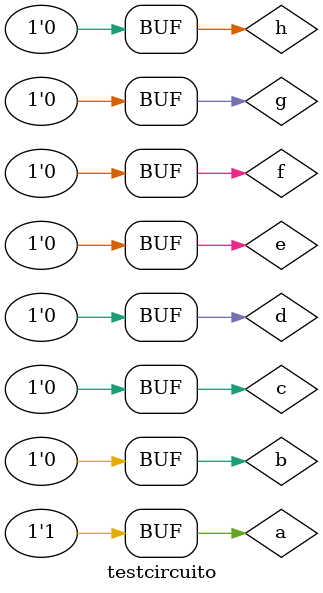
<source format=v>


module orgate01 (output s1, input p1, input q1, input r1, input t1);
	assign s1 = p1 | q1 | r1 | t1;
endmodule //-- orgate 
        
module orgate02 (output s2, input p2, input q2, input r2, input t2);
	assign s2 = p2 | q2 | r2 | t2;
endmodule //-- orgate 

// -------------------
// -- nor gate
// -------------------

module norgate(output s, input s1,input s2);
	assign s = ~(s1 | s2); 
endmodule //-- norgate

// -------------------
// -- test circuito
// -------------------

module testcircuito;
	reg a, b, c, d, e, f, g, h;
	wire s, s1, s2; 
 
	orgate01 OR1(s1, a, b, c, d); 
	orgate02 OR2(s2, e, f, g, h);
	norgate NOR1(s, s1, s2);  

	initial begin:start
		a = 0; b = 0; c = 0; d = 0; e = 0; f = 0; g = 0; h = 0; 
	end //-- start
 
	initial begin:main
		$display("Exercício0011 - João Henrique Mendes de Oliveira - 392734"); 
		$display("Test circuito _ Alguns Exemplos"); 
		$display("\na b c d e f g h = s\n");
		$monitor("%b %b %b %b %b %b %b %b = %b", a, b, c, d, e, f, g, h, s);
		
	#1 a = 0; b = 0; c = 0; d = 0; e = 0; f = 0; g = 0; h = 0;
	#1 a = 0; b = 0; c = 0; d = 0; e = 0; f = 0; g = 0; h = 1;
	#1 a = 0; b = 0; c = 0; d = 0; e = 0; f = 0; g = 1; h = 0;
	#1 a = 0; b = 0; c = 0; d = 0; e = 0; f = 1; g = 0; h = 0;
	#1 a = 0; b = 0; c = 0; d = 0; e = 1; f = 0; g = 0; h = 0;
	#1 a = 0; b = 0; c = 0; d = 1; e = 0; f = 0; g = 0; h = 0;
	#1 a = 0; b = 0; c = 1; d = 0; e = 0; f = 0; g = 0; h = 0;
	#1 a = 0; b = 1; c = 0; d = 0; e = 0; f = 0; g = 0; h = 0;
	#1 a = 1; b = 0; c = 0; d = 0; e = 0; f = 0; g = 0; h = 0;
	
	end //-- main
  
endmodule //-- testcircuito
</source>
